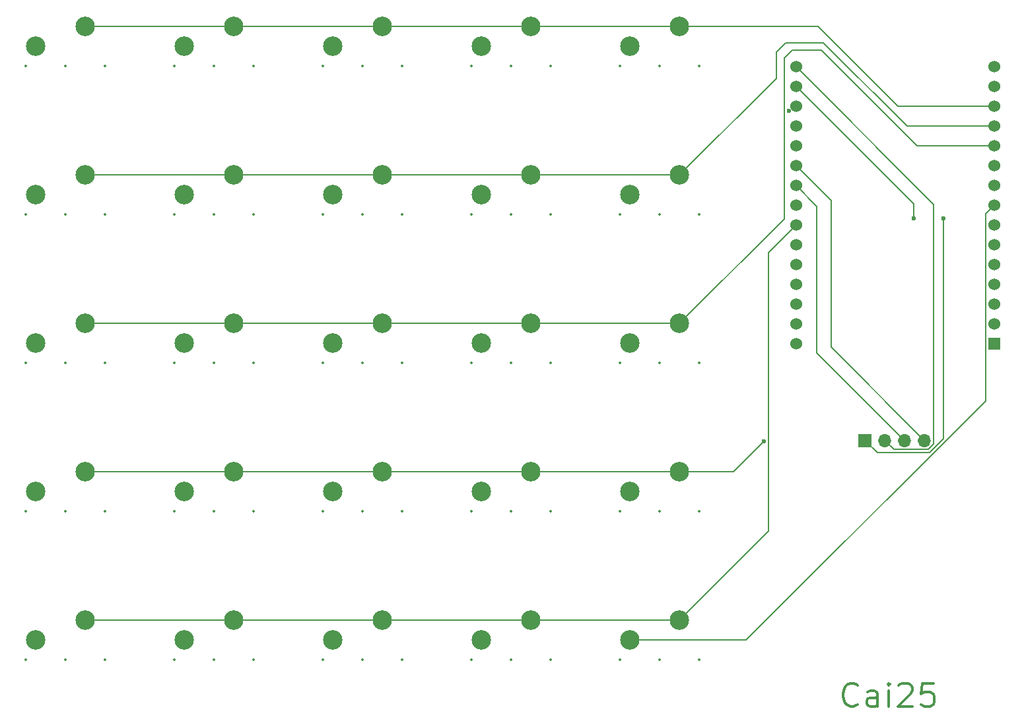
<source format=gtl>
%TF.GenerationSoftware,KiCad,Pcbnew,8.0.6*%
%TF.CreationDate,2024-10-21T09:58:38+07:00*%
%TF.ProjectId,CaiPad25_ESP32,43616950-6164-4323-955f-45535033322e,rev?*%
%TF.SameCoordinates,Original*%
%TF.FileFunction,Copper,L1,Top*%
%TF.FilePolarity,Positive*%
%FSLAX46Y46*%
G04 Gerber Fmt 4.6, Leading zero omitted, Abs format (unit mm)*
G04 Created by KiCad (PCBNEW 8.0.6) date 2024-10-21 09:58:38*
%MOMM*%
%LPD*%
G01*
G04 APERTURE LIST*
%ADD10C,0.300000*%
%TA.AperFunction,NonConductor*%
%ADD11C,0.300000*%
%TD*%
%TA.AperFunction,ComponentPad*%
%ADD12C,2.500000*%
%TD*%
%TA.AperFunction,ComponentPad*%
%ADD13R,1.524000X1.524000*%
%TD*%
%TA.AperFunction,ComponentPad*%
%ADD14C,1.524000*%
%TD*%
%TA.AperFunction,ComponentPad*%
%ADD15R,1.700000X1.700000*%
%TD*%
%TA.AperFunction,ComponentPad*%
%ADD16O,1.700000X1.700000*%
%TD*%
%TA.AperFunction,ViaPad*%
%ADD17C,0.600000*%
%TD*%
%TA.AperFunction,Conductor*%
%ADD18C,0.200000*%
%TD*%
%ADD19C,0.300000*%
%ADD20C,0.350000*%
G04 APERTURE END LIST*
D10*
D11*
X149225939Y-129531542D02*
X149083082Y-129674400D01*
X149083082Y-129674400D02*
X148654510Y-129817257D01*
X148654510Y-129817257D02*
X148368796Y-129817257D01*
X148368796Y-129817257D02*
X147940225Y-129674400D01*
X147940225Y-129674400D02*
X147654510Y-129388685D01*
X147654510Y-129388685D02*
X147511653Y-129102971D01*
X147511653Y-129102971D02*
X147368796Y-128531542D01*
X147368796Y-128531542D02*
X147368796Y-128102971D01*
X147368796Y-128102971D02*
X147511653Y-127531542D01*
X147511653Y-127531542D02*
X147654510Y-127245828D01*
X147654510Y-127245828D02*
X147940225Y-126960114D01*
X147940225Y-126960114D02*
X148368796Y-126817257D01*
X148368796Y-126817257D02*
X148654510Y-126817257D01*
X148654510Y-126817257D02*
X149083082Y-126960114D01*
X149083082Y-126960114D02*
X149225939Y-127102971D01*
X151797368Y-129817257D02*
X151797368Y-128245828D01*
X151797368Y-128245828D02*
X151654510Y-127960114D01*
X151654510Y-127960114D02*
X151368796Y-127817257D01*
X151368796Y-127817257D02*
X150797368Y-127817257D01*
X150797368Y-127817257D02*
X150511653Y-127960114D01*
X151797368Y-129674400D02*
X151511653Y-129817257D01*
X151511653Y-129817257D02*
X150797368Y-129817257D01*
X150797368Y-129817257D02*
X150511653Y-129674400D01*
X150511653Y-129674400D02*
X150368796Y-129388685D01*
X150368796Y-129388685D02*
X150368796Y-129102971D01*
X150368796Y-129102971D02*
X150511653Y-128817257D01*
X150511653Y-128817257D02*
X150797368Y-128674400D01*
X150797368Y-128674400D02*
X151511653Y-128674400D01*
X151511653Y-128674400D02*
X151797368Y-128531542D01*
X153225939Y-129817257D02*
X153225939Y-127817257D01*
X153225939Y-126817257D02*
X153083082Y-126960114D01*
X153083082Y-126960114D02*
X153225939Y-127102971D01*
X153225939Y-127102971D02*
X153368796Y-126960114D01*
X153368796Y-126960114D02*
X153225939Y-126817257D01*
X153225939Y-126817257D02*
X153225939Y-127102971D01*
X154511653Y-127102971D02*
X154654510Y-126960114D01*
X154654510Y-126960114D02*
X154940225Y-126817257D01*
X154940225Y-126817257D02*
X155654510Y-126817257D01*
X155654510Y-126817257D02*
X155940225Y-126960114D01*
X155940225Y-126960114D02*
X156083082Y-127102971D01*
X156083082Y-127102971D02*
X156225939Y-127388685D01*
X156225939Y-127388685D02*
X156225939Y-127674400D01*
X156225939Y-127674400D02*
X156083082Y-128102971D01*
X156083082Y-128102971D02*
X154368796Y-129817257D01*
X154368796Y-129817257D02*
X156225939Y-129817257D01*
X158940225Y-126817257D02*
X157511653Y-126817257D01*
X157511653Y-126817257D02*
X157368796Y-128245828D01*
X157368796Y-128245828D02*
X157511653Y-128102971D01*
X157511653Y-128102971D02*
X157797368Y-127960114D01*
X157797368Y-127960114D02*
X158511653Y-127960114D01*
X158511653Y-127960114D02*
X158797368Y-128102971D01*
X158797368Y-128102971D02*
X158940225Y-128245828D01*
X158940225Y-128245828D02*
X159083082Y-128531542D01*
X159083082Y-128531542D02*
X159083082Y-129245828D01*
X159083082Y-129245828D02*
X158940225Y-129531542D01*
X158940225Y-129531542D02*
X158797368Y-129674400D01*
X158797368Y-129674400D02*
X158511653Y-129817257D01*
X158511653Y-129817257D02*
X157797368Y-129817257D01*
X157797368Y-129817257D02*
X157511653Y-129674400D01*
X157511653Y-129674400D02*
X157368796Y-129531542D01*
D12*
%TO.P,S7,1,1*%
%TO.N,Column 1*%
X62865000Y-64135000D03*
%TO.P,S7,2,2*%
%TO.N,Row 1*%
X69215000Y-61595000D03*
%TD*%
%TO.P,S12,1,1*%
%TO.N,Column 1*%
X62865000Y-83185000D03*
%TO.P,S12,2,2*%
%TO.N,Row 2*%
X69215000Y-80645000D03*
%TD*%
%TO.P,S4,1,1*%
%TO.N,Column 3*%
X100965000Y-45085000D03*
%TO.P,S4,2,2*%
%TO.N,Row 0*%
X107315000Y-42545000D03*
%TD*%
%TO.P,S16,1,1*%
%TO.N,Column 0*%
X43815000Y-102235000D03*
%TO.P,S16,2,2*%
%TO.N,Row 3*%
X50165000Y-99695000D03*
%TD*%
%TO.P,S14,1,1*%
%TO.N,Column 3*%
X100965000Y-83185000D03*
%TO.P,S14,2,2*%
%TO.N,Row 2*%
X107315000Y-80645000D03*
%TD*%
%TO.P,S21,1,1*%
%TO.N,Column 0*%
X43815000Y-121285000D03*
%TO.P,S21,2,2*%
%TO.N,Row 4*%
X50165000Y-118745000D03*
%TD*%
%TO.P,S5,1,1*%
%TO.N,Column 4*%
X120015000Y-45085000D03*
%TO.P,S5,2,2*%
%TO.N,Row 0*%
X126365000Y-42545000D03*
%TD*%
%TO.P,S3,1,1*%
%TO.N,Column 2*%
X81915000Y-45085000D03*
%TO.P,S3,2,2*%
%TO.N,Row 0*%
X88265000Y-42545000D03*
%TD*%
%TO.P,S1,1,1*%
%TO.N,Column 0*%
X43815000Y-45085000D03*
%TO.P,S1,2,2*%
%TO.N,Row 0*%
X50165000Y-42545000D03*
%TD*%
%TO.P,S13,1,1*%
%TO.N,Column 2*%
X81915000Y-83185000D03*
%TO.P,S13,2,2*%
%TO.N,Row 2*%
X88265000Y-80645000D03*
%TD*%
%TO.P,S11,1,1*%
%TO.N,Column 0*%
X43815000Y-83185000D03*
%TO.P,S11,2,2*%
%TO.N,Row 2*%
X50165000Y-80645000D03*
%TD*%
%TO.P,S22,1,1*%
%TO.N,Column 1*%
X62865000Y-121285000D03*
%TO.P,S22,2,2*%
%TO.N,Row 4*%
X69215000Y-118745000D03*
%TD*%
%TO.P,S17,1,1*%
%TO.N,Column 1*%
X62865000Y-102235000D03*
%TO.P,S17,2,2*%
%TO.N,Row 3*%
X69215000Y-99695000D03*
%TD*%
%TO.P,S2,1,1*%
%TO.N,Column 1*%
X62865000Y-45085000D03*
%TO.P,S2,2,2*%
%TO.N,Row 0*%
X69215000Y-42545000D03*
%TD*%
%TO.P,S24,1,1*%
%TO.N,Column 3*%
X100965000Y-121285000D03*
%TO.P,S24,2,2*%
%TO.N,Row 4*%
X107315000Y-118745000D03*
%TD*%
%TO.P,S9,1,1*%
%TO.N,Column 3*%
X100965000Y-64135000D03*
%TO.P,S9,2,2*%
%TO.N,Row 1*%
X107315000Y-61595000D03*
%TD*%
%TO.P,S20,1,1*%
%TO.N,Column 4*%
X120015000Y-102235000D03*
%TO.P,S20,2,2*%
%TO.N,Row 3*%
X126365000Y-99695000D03*
%TD*%
%TO.P,S18,1,1*%
%TO.N,Column 2*%
X81915000Y-102235000D03*
%TO.P,S18,2,2*%
%TO.N,Row 3*%
X88265000Y-99695000D03*
%TD*%
%TO.P,S25,1,1*%
%TO.N,Column 4*%
X120015000Y-121285000D03*
%TO.P,S25,2,2*%
%TO.N,Row 4*%
X126365000Y-118745000D03*
%TD*%
%TO.P,S8,1,1*%
%TO.N,Column 2*%
X81915000Y-64135000D03*
%TO.P,S8,2,2*%
%TO.N,Row 1*%
X88265000Y-61595000D03*
%TD*%
%TO.P,S23,1,1*%
%TO.N,Column 2*%
X81915000Y-121285000D03*
%TO.P,S23,2,2*%
%TO.N,Row 4*%
X88265000Y-118745000D03*
%TD*%
D13*
%TO.P,U1,1,EN*%
%TO.N,unconnected-(U1-EN-Pad1)*%
X166714214Y-83274214D03*
D14*
%TO.P,U1,2,SENSOR_VP*%
%TO.N,unconnected-(U1-SENSOR_VP-Pad2)*%
X166714214Y-80734214D03*
%TO.P,U1,3,SENSOR_VN*%
%TO.N,unconnected-(U1-SENSOR_VN-Pad3)*%
X166714214Y-78194214D03*
%TO.P,U1,4,IO34*%
%TO.N,unconnected-(U1-IO34-Pad4)*%
X166714214Y-75654214D03*
%TO.P,U1,5,IO35*%
%TO.N,unconnected-(U1-IO35-Pad5)*%
X166714214Y-73114214D03*
%TO.P,U1,6,IO32*%
%TO.N,unconnected-(U1-IO32-Pad6)*%
X166714214Y-70574214D03*
%TO.P,U1,7,IO33*%
%TO.N,unconnected-(U1-IO33-Pad7)*%
X166714214Y-68034214D03*
%TO.P,U1,8,IO25*%
%TO.N,Column 4*%
X166714214Y-65494214D03*
%TO.P,U1,9,IO26*%
%TO.N,unconnected-(U1-IO26-Pad9)*%
X166714214Y-62954214D03*
%TO.P,U1,10,IO27*%
%TO.N,unconnected-(U1-IO27-Pad10)*%
X166714214Y-60414214D03*
%TO.P,U1,11,IO14*%
%TO.N,Row 2*%
X166714214Y-57874214D03*
%TO.P,U1,12,IO12*%
%TO.N,Row 1*%
X166714214Y-55334214D03*
%TO.P,U1,13,IO13*%
%TO.N,Row 0*%
X166714214Y-52794214D03*
%TO.P,U1,14,GND*%
%TO.N,unconnected-(U1-GND-Pad14)*%
X166714214Y-50254214D03*
%TO.P,U1,15,VIN*%
%TO.N,unconnected-(U1-VIN-Pad15)*%
X166714214Y-47714214D03*
%TO.P,U1,16,3V3*%
%TO.N,Net-(J1-VCC)*%
X141314214Y-47714214D03*
%TO.P,U1,17,GND*%
%TO.N,Net-(J1-GND)*%
X141314214Y-50254214D03*
%TO.P,U1,18,IO15*%
%TO.N,Row 3*%
X141314214Y-52794214D03*
%TO.P,U1,19,IO2*%
%TO.N,unconnected-(U1-IO2-Pad19)*%
X141314214Y-55334214D03*
%TO.P,U1,20,IO4*%
%TO.N,unconnected-(U1-IO4-Pad20)*%
X141314214Y-57874214D03*
%TO.P,U1,21,IO16*%
%TO.N,Net-(J1-SDA)*%
X141314214Y-60414214D03*
%TO.P,U1,22,IO17*%
%TO.N,Net-(J1-SCL)*%
X141314214Y-62954214D03*
%TO.P,U1,23,IO5*%
%TO.N,unconnected-(U1-IO5-Pad23)*%
X141314214Y-65494214D03*
%TO.P,U1,24,IO18*%
%TO.N,Row 4*%
X141314214Y-68034214D03*
%TO.P,U1,25,IO19*%
%TO.N,Column 0*%
X141314214Y-70574214D03*
%TO.P,U1,26,IO21*%
%TO.N,Column 1*%
X141314214Y-73114214D03*
%TO.P,U1,27,RXD0/IO3*%
%TO.N,unconnected-(U1-RXD0{slash}IO3-Pad27)*%
X141314214Y-75654214D03*
%TO.P,U1,28,TXD0/IO1*%
%TO.N,unconnected-(U1-TXD0{slash}IO1-Pad28)*%
X141314214Y-78194214D03*
%TO.P,U1,29,IO22*%
%TO.N,Column 2*%
X141314214Y-80734214D03*
%TO.P,U1,30,IO23*%
%TO.N,Column 3*%
X141314214Y-83274214D03*
%TD*%
D12*
%TO.P,S10,1,1*%
%TO.N,Column 4*%
X120015000Y-64135000D03*
%TO.P,S10,2,2*%
%TO.N,Row 1*%
X126365000Y-61595000D03*
%TD*%
%TO.P,S15,1,1*%
%TO.N,Column 4*%
X120015000Y-83185000D03*
%TO.P,S15,2,2*%
%TO.N,Row 2*%
X126365000Y-80645000D03*
%TD*%
%TO.P,S19,1,1*%
%TO.N,Column 3*%
X100965000Y-102235000D03*
%TO.P,S19,2,2*%
%TO.N,Row 3*%
X107315000Y-99695000D03*
%TD*%
%TO.P,S6,1,1*%
%TO.N,Column 0*%
X43815000Y-64135000D03*
%TO.P,S6,2,2*%
%TO.N,Row 1*%
X50165000Y-61595000D03*
%TD*%
D15*
%TO.P,J1,1,GND*%
%TO.N,Net-(J1-GND)*%
X150190000Y-95670000D03*
D16*
%TO.P,J1,2,VCC*%
%TO.N,Net-(J1-VCC)*%
X152730000Y-95670000D03*
%TO.P,J1,3,SCL*%
%TO.N,Net-(J1-SCL)*%
X155270000Y-95670000D03*
%TO.P,J1,4,SDA*%
%TO.N,Net-(J1-SDA)*%
X157810000Y-95670000D03*
%TD*%
D17*
%TO.N,Net-(J1-GND)*%
X156400000Y-67200000D03*
X160200000Y-67200000D03*
%TO.N,Row 3*%
X137200000Y-95800000D03*
X140400000Y-53400000D03*
%TD*%
D18*
%TO.N,Net-(J1-SDA)*%
X145800000Y-83660000D02*
X145800000Y-64900000D01*
X145800000Y-64900000D02*
X141314214Y-60414214D01*
X157810000Y-95670000D02*
X145800000Y-83660000D01*
%TO.N,Net-(J1-SCL)*%
X144000000Y-65640000D02*
X141314214Y-62954214D01*
X144000000Y-84400000D02*
X144000000Y-65640000D01*
X155270000Y-95670000D02*
X144000000Y-84400000D01*
%TO.N,Net-(J1-VCC)*%
X158286346Y-96820000D02*
X158960000Y-96146346D01*
X158960000Y-65360000D02*
X141314214Y-47714214D01*
X152730000Y-95670000D02*
X153880000Y-96820000D01*
X153880000Y-96820000D02*
X158286346Y-96820000D01*
X158960000Y-96146346D02*
X158960000Y-65360000D01*
%TO.N,Net-(J1-GND)*%
X150190000Y-95670000D02*
X151740000Y-97220000D01*
X158452032Y-97220000D02*
X160200000Y-95472032D01*
X160200000Y-95472032D02*
X160200000Y-67200000D01*
X151740000Y-97220000D02*
X158452032Y-97220000D01*
X156400000Y-65340000D02*
X141314214Y-50254214D01*
X156400000Y-67200000D02*
X156400000Y-65340000D01*
%TO.N,Row 3*%
X126365000Y-99695000D02*
X133305000Y-99695000D01*
X133305000Y-99695000D02*
X137200000Y-95800000D01*
X50165000Y-99695000D02*
X126365000Y-99695000D01*
%TO.N,Row 4*%
X50165000Y-118745000D02*
X126365000Y-118745000D01*
X137800000Y-107310000D02*
X137800000Y-71548428D01*
X137800000Y-71548428D02*
X141314214Y-68034214D01*
X126365000Y-118745000D02*
X137800000Y-107310000D01*
%TO.N,Row 0*%
X154805786Y-52794214D02*
X166714214Y-52794214D01*
X144145000Y-42545000D02*
X154400000Y-52800000D01*
X154800000Y-52800000D02*
X154805786Y-52794214D01*
X126365000Y-42545000D02*
X144145000Y-42545000D01*
X50165000Y-42545000D02*
X126365000Y-42545000D01*
X154400000Y-52800000D02*
X154800000Y-52800000D01*
%TO.N,Column 4*%
X165652214Y-90585504D02*
X165652214Y-66556214D01*
X165652214Y-66556214D02*
X166714214Y-65494214D01*
X120015000Y-121285000D02*
X134952718Y-121285000D01*
X134952718Y-121285000D02*
X165652214Y-90585504D01*
%TO.N,Row 2*%
X144600000Y-45600000D02*
X156874214Y-57874214D01*
X50165000Y-80645000D02*
X126365000Y-80645000D01*
X139800000Y-67210000D02*
X139800000Y-46600000D01*
X139800000Y-46600000D02*
X140800000Y-45600000D01*
X140800000Y-45600000D02*
X144600000Y-45600000D01*
X156874214Y-57874214D02*
X166714214Y-57874214D01*
X126365000Y-80645000D02*
X139800000Y-67210000D01*
%TO.N,Row 1*%
X155534214Y-55334214D02*
X166714214Y-55334214D01*
X138767786Y-49192214D02*
X138767786Y-45832214D01*
X144800000Y-44600000D02*
X155534214Y-55334214D01*
X50165000Y-61595000D02*
X126365000Y-61595000D01*
X140000000Y-44600000D02*
X144800000Y-44600000D01*
X126365000Y-61595000D02*
X138767786Y-49192214D01*
X138767786Y-45832214D02*
X140000000Y-44600000D01*
%TD*%
D19*
X156400000Y-67200000D03*
X160200000Y-67200000D03*
X137200000Y-95800000D03*
X140400000Y-53400000D03*
D20*
X61595000Y-66675000D03*
X66675000Y-66675000D03*
X71755000Y-66675000D03*
X62865000Y-64135000D03*
X69215000Y-61595000D03*
X61595000Y-85725000D03*
X66675000Y-85725000D03*
X71755000Y-85725000D03*
X62865000Y-83185000D03*
X69215000Y-80645000D03*
X99695000Y-47625000D03*
X104775000Y-47625000D03*
X109855000Y-47625000D03*
X100965000Y-45085000D03*
X107315000Y-42545000D03*
X42545000Y-104775000D03*
X47625000Y-104775000D03*
X52705000Y-104775000D03*
X43815000Y-102235000D03*
X50165000Y-99695000D03*
X99695000Y-85725000D03*
X104775000Y-85725000D03*
X109855000Y-85725000D03*
X100965000Y-83185000D03*
X107315000Y-80645000D03*
X42545000Y-123825000D03*
X47625000Y-123825000D03*
X52705000Y-123825000D03*
X43815000Y-121285000D03*
X50165000Y-118745000D03*
X118745000Y-47625000D03*
X123825000Y-47625000D03*
X128905000Y-47625000D03*
X120015000Y-45085000D03*
X126365000Y-42545000D03*
X80645000Y-47625000D03*
X85725000Y-47625000D03*
X90805000Y-47625000D03*
X81915000Y-45085000D03*
X88265000Y-42545000D03*
X42545000Y-47625000D03*
X47625000Y-47625000D03*
X52705000Y-47625000D03*
X43815000Y-45085000D03*
X50165000Y-42545000D03*
X80645000Y-85725000D03*
X85725000Y-85725000D03*
X90805000Y-85725000D03*
X81915000Y-83185000D03*
X88265000Y-80645000D03*
X42545000Y-85725000D03*
X47625000Y-85725000D03*
X52705000Y-85725000D03*
X43815000Y-83185000D03*
X50165000Y-80645000D03*
X61595000Y-123825000D03*
X66675000Y-123825000D03*
X71755000Y-123825000D03*
X62865000Y-121285000D03*
X69215000Y-118745000D03*
X61595000Y-104775000D03*
X66675000Y-104775000D03*
X71755000Y-104775000D03*
X62865000Y-102235000D03*
X69215000Y-99695000D03*
X61595000Y-47625000D03*
X66675000Y-47625000D03*
X71755000Y-47625000D03*
X62865000Y-45085000D03*
X69215000Y-42545000D03*
X99695000Y-123825000D03*
X104775000Y-123825000D03*
X109855000Y-123825000D03*
X100965000Y-121285000D03*
X107315000Y-118745000D03*
X99695000Y-66675000D03*
X104775000Y-66675000D03*
X109855000Y-66675000D03*
X100965000Y-64135000D03*
X107315000Y-61595000D03*
X118745000Y-104775000D03*
X123825000Y-104775000D03*
X128905000Y-104775000D03*
X120015000Y-102235000D03*
X126365000Y-99695000D03*
X80645000Y-104775000D03*
X85725000Y-104775000D03*
X90805000Y-104775000D03*
X81915000Y-102235000D03*
X88265000Y-99695000D03*
X118745000Y-123825000D03*
X123825000Y-123825000D03*
X128905000Y-123825000D03*
X120015000Y-121285000D03*
X126365000Y-118745000D03*
X80645000Y-66675000D03*
X85725000Y-66675000D03*
X90805000Y-66675000D03*
X81915000Y-64135000D03*
X88265000Y-61595000D03*
X80645000Y-123825000D03*
X85725000Y-123825000D03*
X90805000Y-123825000D03*
X81915000Y-121285000D03*
X88265000Y-118745000D03*
X166714214Y-83274214D03*
X166714214Y-80734214D03*
X166714214Y-78194214D03*
X166714214Y-75654214D03*
X166714214Y-73114214D03*
X166714214Y-70574214D03*
X166714214Y-68034214D03*
X166714214Y-65494214D03*
X166714214Y-62954214D03*
X166714214Y-60414214D03*
X166714214Y-57874214D03*
X166714214Y-55334214D03*
X166714214Y-52794214D03*
X166714214Y-50254214D03*
X166714214Y-47714214D03*
X141314214Y-47714214D03*
X141314214Y-50254214D03*
X141314214Y-52794214D03*
X141314214Y-55334214D03*
X141314214Y-57874214D03*
X141314214Y-60414214D03*
X141314214Y-62954214D03*
X141314214Y-65494214D03*
X141314214Y-68034214D03*
X141314214Y-70574214D03*
X141314214Y-73114214D03*
X141314214Y-75654214D03*
X141314214Y-78194214D03*
X141314214Y-80734214D03*
X141314214Y-83274214D03*
X118745000Y-66675000D03*
X123825000Y-66675000D03*
X128905000Y-66675000D03*
X120015000Y-64135000D03*
X126365000Y-61595000D03*
X118745000Y-85725000D03*
X123825000Y-85725000D03*
X128905000Y-85725000D03*
X120015000Y-83185000D03*
X126365000Y-80645000D03*
X99695000Y-104775000D03*
X104775000Y-104775000D03*
X109855000Y-104775000D03*
X100965000Y-102235000D03*
X107315000Y-99695000D03*
X42545000Y-66675000D03*
X47625000Y-66675000D03*
X52705000Y-66675000D03*
X43815000Y-64135000D03*
X50165000Y-61595000D03*
X150190000Y-95670000D03*
X152730000Y-95670000D03*
X155270000Y-95670000D03*
X157810000Y-95670000D03*
M02*

</source>
